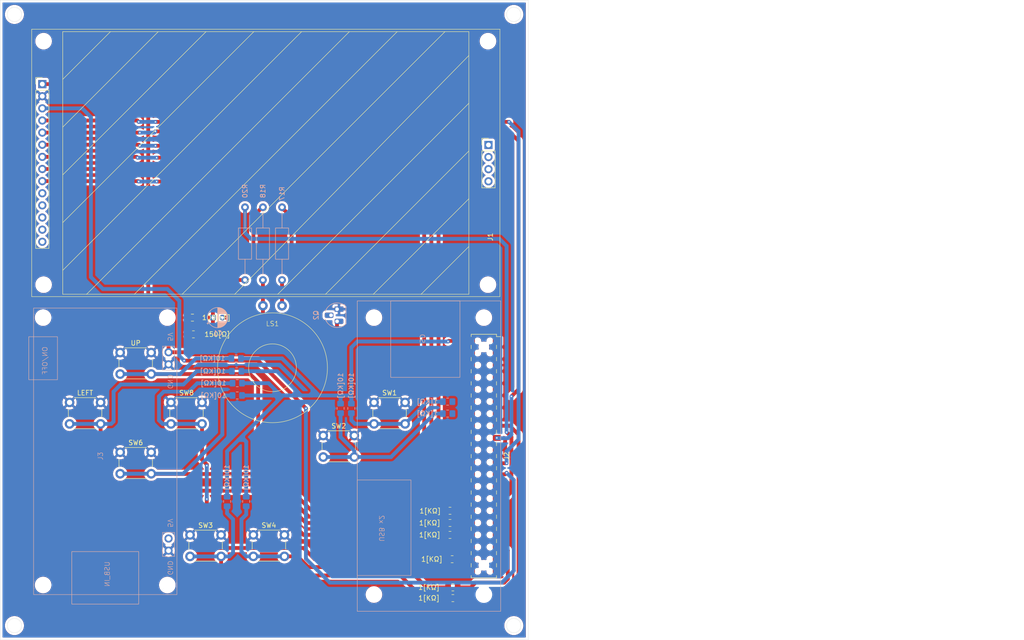
<source format=kicad_pcb>
(kicad_pcb (version 20241229) (generator "pcbnew") (generator_version "9.0")
  (layers (0 "F.Cu" signal) (2 "B.Cu" signal) (13 "F.Paste" user) (15 "B.Paste" user) (5 "F.SilkS" user "F.Silkscreen") (7 "B.SilkS" user "B.Silkscreen") (1 "F.Mask" user) (3 "B.Mask" user) (25 "Edge.Cuts" user))
  (net 0 "")
  (net 1 "Net-(C1-Pad1)")
  (net 2 "Net-(Q2-B)")
  (net 3 "GND")
  (net 5 "SCREEN_RESET")
  (net 6 "SCREEN_MOSI")
  (net 9 "+5V")
  (net 10 "SCREEN_SCK")
  (net 13 "SCREEN_MISO")
  (net 14 "SCREEN_DC")
  (net 15 "SCREEN_CS")
  (net 16 "AUDIO")
  (net 18 "+3V3")
  (net 22 "RIGHT")
  (net 23 "START")
  (net 26 "SELECT")
  (net 28 "DOWN")
  (net 31 "UP")
  (net 33 "LEFT")
  (net 34 "A")
  (net 36 "B")
  (net 41 "Net-(LS1-Pad2)")
  (net 42 "Net-(Q2-C)")
  (net 43 "Net-(R1-Pad2)")
  (net 44 "Net-(R3-Pad2)")
  (net 45 "Net-(R5-Pad2)")
  (net 46 "Net-(R7-Pad2)")
  (net 47 "Net-(R10-Pad2)")
  (net 48 "Net-(R11-Pad2)")
  (net 49 "Net-(R13-Pad2)")
  (net 50 "Net-(R15-Pad2)")
  (footprint "Button_Switch_THT:SW_PUSH_6mm" (layer "F.Cu") (at 50.6275 124.695)
    (property "Reference" "SW6")
    (property "Value" "BUTTON_ARROW_DOWN")
  )
  (footprint "Capacitor_SMD:C_0805_2012Metric" (layer "F.Cu") (at 65.75 96.5 180)
    (property "Reference" "100[nF]")
    (property "Value" "100[nF]")
  )
  (footprint "Resistor_SMD:R_0805_2012Metric_Pad1.20x1.40mm_HandSolder" (layer "F.Cu") (at 120.1 147.1 180)
    (property "Reference" "1[KΩ]")
    (property "Value" "1[KΩ]")
  )
  (footprint "Button_Switch_THT:SW_PUSH_6mm" (layer "F.Cu") (at 93.1225 121.195)
    (property "Reference" "SW2")
    (property "Value" "BUTTON_B")
  )
  (footprint "Button_Switch_THT:SW_PUSH_6mm" (layer "F.Cu") (at 103.7525 114.255)
    (property "Reference" "SW1")
    (property "Value" "BUTTON_A")
  )
  (footprint "Resistor_SMD:R_0805_2012Metric_Pad1.20x1.40mm_HandSolder" (layer "F.Cu") (at 119.65 139.5 180)
    (property "Reference" "1[KΩ]")
    (property "Value" "1[KΩ]")
  )
  (footprint "Resistor_SMD:R_0805_2012Metric_Pad1.20x1.40mm_HandSolder" (layer "F.Cu") (at 120.25 155.25 180)
    (property "Reference" "1[KΩ]")
    (property "Value" "1[KΩ]")
  )
  (footprint "Button_Switch_THT:SW_PUSH_6mm" (layer "F.Cu") (at 40.0325 114.2575)
    (property "Reference" "LEFT")
    (property "Value" "BUTTON_ARROW_LEFT")
  )
  (footprint "Game_boy_PI:SCREEN_480X320_SPI" (layer "F.Cu") (at 32.1 36.1)
    (property "Reference" "J1")
    (property "Value" "SCREEN")
  )
  (footprint "Button_Switch_THT:SW_PUSH_6mm" (layer "F.Cu") (at 61.255158 114.2625)
    (property "Reference" "SW8")
    (property "Value" "BUTTON_ARROW_RIGHT")
  )
  (footprint "Button_Switch_THT:SW_PUSH_6mm" (layer "F.Cu") (at 78.5 142)
    (property "Reference" "SW4")
    (property "Value" "BUTTON_START")
  )
  (footprint "Game_boy_PI:RASPBERRY_PI_ZERO_W_2_BOTTOM" (layer "F.Cu") (at 126.7325 125.502838 -90)
    (property "Reference" "J2")
    (property "Value" "RASPBERRY_PI")
  )
  (footprint "Button_Switch_THT:SW_PUSH_6mm" (layer "F.Cu") (at 65.25 142.01)
    (property "Reference" "SW3")
    (property "Value" "BUTTON_SELECT")
  )
  (footprint "Resistor_SMD:R_0805_2012Metric_Pad1.20x1.40mm_HandSolder" (layer "F.Cu") (at 65.95 100)
    (property "Reference" "150[Ω]")
    (property "Value" "150[Ω]")
  )
  (footprint "Resistor_SMD:R_0805_2012Metric_Pad1.20x1.40mm_HandSolder" (layer "F.Cu") (at 119.65 136.95 180)
    (property "Reference" "1[KΩ]")
    (property "Value" "1[KΩ]")
  )
  (footprint "Resistor_SMD:R_0805_2012Metric_Pad1.20x1.40mm_HandSolder" (layer "F.Cu") (at 119.65 142 180)
    (property "Reference" "1[KΩ]")
    (property "Value" "1[KΩ]")
  )
  (footprint "Button_Switch_THT:SW_PUSH_6mm" (layer "F.Cu") (at 50.6225 103.82)
    (property "Reference" "UP")
    (property "Value" "BUTTON_ARROW_UP")
  )
  (footprint "Game_boy_PI:DIY_BATTERY" (layer "F.Cu") (at 44.5 143.5 90)
    (property "Reference" "J3")
    (property "Value" "BATERY")
  )
  (footprint "LOGO" (layer "F.Cu") (at 109 131.5)
    (property "Reference" "G**" (hide yes))
    (property "Value" "LOGO" (hide yes))
  )
  (footprint "Game_boy_PI:HP_Gameboy" (layer "F.Cu") (at 82.5 107 180)
    (property "Reference" "LS1")
    (property "Value" "Speaker 8 [Ω]")
  )
  (footprint "Resistor_SMD:R_0805_2012Metric_Pad1.20x1.40mm_HandSolder" (layer "F.Cu") (at 120.25 153 180)
    (property "Reference" "1[KΩ]")
    (property "Value" "1[KΩ]")
  )
  (footprint "Resistor_THT:R_Axial_DIN0207_L6.3mm_D2.5mm_P15.24mm_Horizontal" (layer "B.Cu") (at 76.75 73.38 -90)
    (property "Reference" "R20")
    (property "Value" "270[Ω]")
  )
  (footprint "Resistor_THT:R_Axial_DIN0207_L6.3mm_D2.5mm_P15.24mm_Horizontal" (layer "B.Cu") (at 84.5 88.62 90)
    (property "Reference" "R17")
    (property "Value" "8[Ω]")
  )
  (footprint "Resistor_SMD:R_0805_2012Metric_Pad1.20x1.40mm_HandSolder" (layer "B.Cu") (at 119.15 116.6 180)
    (property "Reference" "1[KΩ]")
    (property "Value" "1[KΩ]")
  )
  (footprint "Resistor_SMD:R_0805_2012Metric_Pad1.20x1.40mm_HandSolder" (layer "B.Cu") (at 119.15 114.1 180)
    (property "Reference" "1[KΩ]")
    (property "Value" "1[KΩ]")
  )
  (footprint "Resistor_SMD:R_0805_2012Metric_Pad1.20x1.40mm_HandSolder" (layer "B.Cu") (at 75 107.725 180)
    (property "Reference" "10[KΩ]")
    (property "Value" "10[KΩ]")
  )
  (footprint "Resistor_SMD:R_0805_2012Metric_Pad1.20x1.40mm_HandSolder" (layer "B.Cu") (at 74.9 105.05 180)
    (property "Reference" "10[KΩ]")
    (property "Value" "10[KΩ]")
  )
  (footprint "Package_TO_SOT_THT:TO-92_HandSolder" (layer "B.Cu") (at 96.02 94.73 -90)
    (property "Reference" "Q2")
    (property "Value" "2N2222")
  )
  (footprint "Resistor_SMD:R_0805_2012Metric_Pad1.20x1.40mm_HandSolder" (layer "B.Cu") (at 75.125 112.8 180)
    (property "Reference" "10[KΩ]")
    (property "Value" "10[KΩ]")
  )
  (footprint "Resistor_SMD:R_0805_2012Metric_Pad1.20x1.40mm_HandSolder" (layer "B.Cu") (at 73 135 -90)
    (property "Reference" "10[KΩ]")
    (property "Value" "10[KΩ]")
  )
  (footprint "Resistor_SMD:R_0805_2012Metric_Pad1.20x1.40mm_HandSolder" (layer "B.Cu") (at 96.75 115.5 -90)
    (property "Reference" "10[KΩ]")
    (property "Value" "10[KΩ]")
  )
  (footprint "Capacitor_THT:CP_Radial_D4.0mm_P2.00mm" (layer "B.Cu") (at 70.0274 96.5)
    (property "Reference" "C1")
    (property "Value" "10[uF]")
  )
  (footprint "Resistor_SMD:R_0805_2012Metric_Pad1.20x1.40mm_HandSolder" (layer "B.Cu") (at 75.125 110.225 180)
    (property "Reference" "10[KΩ]")
    (property "Value" "10[KΩ]")
  )
  (footprint "Resistor_THT:R_Axial_DIN0207_L6.3mm_D2.5mm_P15.24mm_Horizontal" (layer "B.Cu") (at 80.5 88.62 90)
    (property "Reference" "R18")
    (property "Value" "15[kΩ]")
  )
  (footprint "Resistor_SMD:R_0805_2012Metric_Pad1.20x1.40mm_HandSolder" (layer "B.Cu") (at 77 135 -90)
    (property "Reference" "10[KΩ]")
    (property "Value" "10[KΩ]")
  )
  (footprint "Resistor_SMD:R_0805_2012Metric_Pad1.20x1.40mm_HandSolder" (layer "B.Cu") (at 99 115.5 -90)
    (property "Reference" "10[KΩ]")
    (property "Value" "10[KΩ]")
  )
  (gr_circle (center 133 161) (end 134.5 161) (stroke (width 0.05)) (fill no) (layer "Edge.Cuts"))
  (gr_line (start 136 30) (end 136 164) (stroke (width 0.05)) (layer "Edge.Cuts"))
  (gr_circle (center 133 33) (end 134.5 33) (stroke (width 0.05)) (fill no) (layer "Edge.Cuts"))
  (gr_line (start 25.5 30) (end 136 30) (stroke (width 0.05)) (layer "Edge.Cuts"))
  (gr_circle (center 28.5 161) (end 30 161) (stroke (width 0.05)) (fill no) (layer "Edge.Cuts"))
  (gr_line (start 136 164) (end 25.5 164) (stroke (width 0.05)) (layer "Edge.Cuts"))
  (gr_circle (center 28.5 33) (end 30 33) (stroke (width 0.05)) (fill no) (layer "Edge.Cuts"))
  (gr_line (start 25.5 164) (end 25.5 30) (stroke (width 0.05)) (layer "Edge.Cuts"))
  (segment (start 70.0274 89.7226) (end 70.0274 96.5) (width 0.8) (layer "F.Cu") (net 1))
  (segment (start 69 100) (end 70.0274 98.9726) (width 0.8) (layer "F.Cu") (net 1))
  (segment (start 76.75 88.62) (end 71.13 88.62) (width 0.8) (layer "F.Cu") (net 1))
  (segment (start 66.7 96.5) (end 70.0274 96.5) (width 0.8) (layer "F.Cu") (net 1))
  (segment (start 70.0274 98.9726) (end 70.0274 96.5) (width 0.8) (layer "F.Cu") (net 1))
  (segment (start 66.95 100) (end 69 100) (width 0.8) (layer "F.Cu") (net 1))
  (segment (start 71.13 88.62) (end 70.0274 89.7226) (width 0.8) (layer "F.Cu") (net 1))
  (segment (start 78.5 75.25) (end 78.5 95) (width 0.8) (layer "F.Cu") (net 2))
  (segment (start 78.5 95) (end 77 96.5) (width 0.8) (layer "F.Cu") (net 2))
  (segment (start 80.5 73.38) (end 80.37 73.38) (width 0.8) (layer "F.Cu") (net 2))
  (segment (start 80.37 73.38) (end 78.5 75.25) (width 0.8) (layer "F.Cu") (net 2))
  (segment (start 77 96.5) (end 72.0274 96.5) (width 0.8) (layer "F.Cu") (net 2))
  (segment (start 34.33 55.21) (end 54.21 55.21) (width 0.8) (layer "F.Cu") (net 5))
  (segment (start 54.21 55.21) (end 54.5 55.5) (width 0.8) (layer "F.Cu") (net 5))
  (segment (start 131.5 127) (end 129.679662 127) (width 0.8) (layer "F.Cu") (net 5))
  (segment (start 129.679662 127) (end 129.4525 126.772838) (width 0.8) (layer "F.Cu") (net 5))
  (segment (start 58 55.5) (end 132 55.5) (width 0.8) (layer "F.Cu") (net 5))
  (via (at 54.5 55.5) (size 0.5) (drill 0.3) (layers "F.Cu" "B.Cu") (net 5))
  (via (at 132 55.5) (size 0.5) (drill 0.3) (layers "F.Cu" "B.Cu") (net 5))
  (via (at 131.5 127) (size 0.5) (drill 0.3) (layers "F.Cu" "B.Cu") (net 5))
  (via (at 58 55.5) (size 0.5) (drill 0.3) (layers "F.Cu" "B.Cu") (net 5))
  (segment (start 134 122) (end 131.5 124.5) (width 0.8) (layer "B.Cu") (net 5))
  (segment (start 132 55.5) (end 134 57.5) (width 0.8) (layer "B.Cu") (net 5))
  (segment (start 54.5 55.5) (end 58 55.5) (width 0.8) (layer "B.Cu") (net 5))
  (segment (start 134 57.5) (end 134 122) (width 0.8) (layer "B.Cu") (net 5))
  (segment (start 131.5 124.5) (end 131.5 127) (width 0.8) (layer "B.Cu") (net 5))
  (segment (start 34.33 60.29) (end 54.54 60.29) (width 0.8) (layer "F.Cu") (net 6))
  (segment (start 115.5 60.5) (end 117.25 62.25) (width 0.8) (layer "F.Cu") (net 6))
  (segment (start 118.232838 124.232838) (end 124.0125 124.232838) (width 0.8) (layer "F.Cu") (net 6))
  (segment (start 117.25 62.25) (end 117.25 123.25) (width 0.8) (layer "F.Cu") (net 6))
  (segment (start 117.25 123.25) (end 118.232838 124.232838) (width 0.8) (layer "F.Cu") (net 6))
  (segment (start 58 60.5) (end 115.5 60.5) (width 0.8) (layer "F.Cu") (net 6))
  (segment (start 54.54 60.29) (end 54.75 60.5) (width 0.8) (layer "F.Cu") (net 6))
  (via (at 54.75 60.5) (size 0.5) (drill 0.3) (layers "F.Cu" "B.Cu") (net 6))
  (via (at 58 60.5) (size 0.5) (drill 0.3) (layers "F.Cu" "B.Cu") (net 6))
  (segment (start 54.75 60.5) (end 58 60.5) (width 0.8) (layer "B.Cu") (net 6))
  (segment (start 56.5 96.75) (end 60.75 101) (width 0.8) (layer "F.Cu") (net 9))
  (segment (start 80.5 88.62) (end 80.5 94) (width 0.8) (layer "F.Cu") (net 9))
  (segment (start 56.5 65.25) (end 56.5 66.5) (width 0.8) (layer "F.Cu") (net 9))
  (segment (start 65 103.75) (end 66.25 102.5) (width 0.8) (layer "F.Cu") (net 9))
  (segment (start 55.38 65.37) (end 55.38 65.38) (width 0.8) (layer "F.Cu") (net 9))
  (segment (start 34.33 65.37) (end 55.25 65.37) (width 0.8) (layer "F.Cu") (net 9))
  (segment (start 56.38 65.37) (end 56.5 65.25) (width 0.8) (layer "F.Cu") (net 9))
  (segment (start 60.75 101) (end 60.75 103.75) (width 0.8) (layer "F.Cu") (net 9))
  (segment (start 55.25 65.37) (end 56.38 65.37) (width 0.8) (layer "F.Cu") (net 9))
  (segment (start 66.25 102.5) (end 78.5 102.5) (width 0.8) (layer "F.Cu") (net 9))
  (segment (start 56.5 66.5) (end 56.5 96.75) (width 0.8) (layer "F.Cu") (net 9))
  (segment (start 55.38 65.37) (end 56.5 64.25) (width 0.8) (layer "F.Cu") (net 9))
  (segment (start 78.5 102.5) (end 80.5 100.5) (width 0.8) (layer "F.Cu") (net 9))
  (segment (start 34.33 47.59) (end 53.59 47.59) (width 0.8) (layer "F.Cu") (net 9))
  (segment (start 53.59 47.59) (end 56.5 50.5) (width 0.8) (layer "F.Cu") (net 9))
  (segment (start 56.5 64.25) (end 56.5 65.25) (width 0.8) (layer "F.Cu") (net 9))
  (segment (start 80.5 100.5) (end 80.5 94) (width 0.8) (layer "F.Cu") (net 9))
  (segment (start 55.38 65.38) (end 56.5 66.5) (width 0.8) (layer "F.Cu") (net 9))
  (segment (start 56.5 50.5) (end 56.5 64.25) (width 0.8) (layer "F.Cu") (net 9))
  (segment (start 60.75 103.75) (end 65 103.75) (width 0.8) (layer "F.Cu") (net 9))
  (segment (start 55.25 65.37) (end 55.38 65.37) (width 0.8) (layer "F.Cu") (net 9))
  (segment (start 116.562838 129.312838) (end 124.0125 129.312838) (width 0.8) (layer "F.Cu") (net 10))
  (segment (start 114.5 63) (end 115.75 64.25) (width 0.8) (layer "F.Cu") (net 10))
  (segment (start 115.75 64.25) (end 115.75 128.5) (width 0.8) (layer "F.Cu") (net 10))
  (segment (start 34.33 62.83) (end 54.08 62.83) (width 0.8) (layer "F.Cu") (net 10))
  (segment (start 54.08 62.83) (end 54.25 63) (width 0.8) (layer "F.Cu") (net 10))
  (segment (start 58.25 63) (end 114.5 63) (width 0.8) (layer "F.Cu") (net 10))
  (segment (start 115.75 128.5) (end 116.562838 129.312838) (width 0.8) (layer "F.Cu") (net 10))
  (via (at 54.25 63) (size 0.5) (drill 0.3) (layers "F.Cu" "B.Cu") (net 10))
  (via (at 58.25 63) (size 0.5) (drill 0.3) (layers "F.Cu" "B.Cu") (net 10))
  (segment (start 54.25 63) (end 58.25 63) (width 0.8) (layer "B.Cu") (net 10))
  (segment (start 54.41 67.91) (end 54.5 68) (width 0.8) (layer "F.Cu") (net 13))
  (segment (start 114.25 69.75) (end 114.25 133.5) (width 0.8) (layer "F.Cu") (net 13))
  (segment (start 34.33 67.91) (end 54.41 67.91) (width 0.8) (layer "F.Cu") (net 13))
  (segment (start 114.25 133.5) (end 115.142838 134.392838) (width 0.8) (layer "F.Cu") (net 13))
  (segment (start 112.5 68) (end 114.25 69.75) (width 0.8) (layer "F.Cu") (net 13))
  (segment (start 115.142838 134.392838) (end 124.0125 134.392838) (width 0.8) (layer "F.Cu") (net 13))
  (segment (start 58.25 68) (end 112.5 68) (width 0.8) (layer "F.Cu") (net 13))
  (via (at 58.25 68) (size 0.5) (drill 0.3) (layers "F.Cu" "B.Cu") (net 13))
  (via (at 54.5 68) (size 0.5) (drill 0.3) (layers "F.Cu" "B.Cu") (net 13))
  (segment (start 54.5 68) (end 58.25 68) (width 0.8) (layer "B.Cu") (net 13))
  (segment (start 134 111.5) (end 134 59.5) (width 0.8) (layer "F.Cu") (net 14))
  (segment (start 132.5 113) (end 134 111.5) (width 0.8) (layer "F.Cu") (net 14))
  (segment (start 34.33 57.75) (end 54.75 57.75) (width 0.8) (layer "F.Cu") (net 14))
  (segment (start 134 59.5) (end 132 57.5) (width 0.8) (layer "F.Cu") (net 14))
  (segment (start 132 57.5) (end 58 57.5) (width 0.8) (layer "F.Cu") (net 14))
  (via (at 54.75 57.75) (size 0.5) (drill 0.3) (layers "F.Cu" "B.Cu") (net 14))
  (via (at 58 57.5) (size 0.5) (drill 0.3) (layers "F.Cu" "B.Cu") (net 14))
  (via (at 129.4525 121.692838) (size 0.5) (drill 0.3) (layers "F.Cu" "B.Cu") (net 14))
  (via (at 132.5 113) (size 0.5) (drill 0.3) (layers "F.Cu" "B.Cu") (net 14))
  (segment (start 131.75 121.75) (end 129.509662 121.75) (width 0.8) (layer "B.Cu") (net 14))
  (segment (start 132.5 113) (end 132.5 121) (width 0.8) (layer "B.Cu") (net 14))
  (segment (start 57.75 57.75) (end 58 57.5) (width 0.8) (layer "B.Cu") (net 14))
  (segment (start 129.509662 121.75) (end 129.4525 121.692838) (width 0.8) (layer "B.Cu") (net 14))
  (segment (start 132.5 121) (end 131.75 121.75) (width 0.8) (layer "B.Cu") (net 14))
  (segment (start 54.75 57.75) (end 57.75 57.75) (width 0.8) (layer "B.Cu") (net 14))
  (segment (start 131.187162 129.312838) (end 131.5 129) (width 0.8) (layer "F.Cu") (net 15))
  (segment (start 129.4525 129.312838) (end 131.187162 129.312838) (width 0.8) (layer "F.Cu") (net 15))
  (segment (start 89.5 115.5) (end 79.5 105.5) (width 0.8) (layer "F.Cu") (net 15))
  (segment (start 79.5 105.5) (end 64 105.5) (width 0.8) (layer "F.Cu") (net 15))
  (via (at 89.5 115.5) (size 0.5) (drill 0.3) (layers "F.Cu" "B.Cu") (net 15))
  (via (at 64 105.5) (size 0.5) (drill 0.3) (layers "F.Cu" "B.Cu") (net 15))
  (via (at 131.5 129) (size 0.5) (drill 0.3) (layers "F.Cu" "B.Cu") (net 15))
  (segment (start 130.5 152) (end 94.5 152) (width 0.8) (layer "B.Cu") (net 15))
  (segment (start 63 104.5) (end 63 93) (width 0.8) (layer "B.Cu") (net 15))
  (segment (start 60.5 90.5) (end 47 90.5) (width 0.8) (layer "B.Cu") (net 15))
  (segment (start 42.67 52.67) (end 34.33 52.67) (width 0.8) (layer "B.Cu") (net 15))
  (segment (start 44.5 54.5) (end 42.67 52.67) (width 0.8) (layer "B.Cu") (net 15))
  (segment (start 94.5 152) (end 89.5 147) (width 0.8) (layer "B.Cu") (net 15))
  (segment (start 133 149.5) (end 130.5 152) (width 0.8) (layer "B.Cu") (net 15))
  (segment (start 44.5 88) (end 44.5 54.5) (width 0.8) (layer "B.Cu") (net 15))
  (segment (start 89.5 147) (end 89.5 115.5) (width 0.8) (layer "B.Cu") (net 15))
  (segment (start 63 93) (end 60.5 90.5) (width 0.8) (layer "B.Cu") (net 15))
  (segment (start 131.5 129) (end 133 130.5) (width 0.8) (layer "B.Cu") (net 15))
  (segment (start 47 90.5) (end 44.5 88) (width 0.8) (layer "B.Cu") (net 15))
  (segment (start 64 105.5) (end 63 104.5) (width 0.8) (layer "B.Cu") (net 15))
  (segment (start 133 130.5) (end 133 149.5) (width 0.8) (layer "B.Cu") (net 15))
  (segment (start 130.892838 134.392838) (end 129.4525 134.392838) (width 0.8) (layer "F.Cu") (net 16))
  (segment (start 131.5 120.5) (end 132.5 121.5) (width 0.8) (layer "F.Cu") (net 16))
  (segment (start 131 134.5) (end 130.892838 134.392838) (width 0.8) (layer "F.Cu") (net 16))
  (segment (start 132.5 133) (end 131 134.5) (width 0.8) (layer "F.Cu") (net 16))
  (segment (start 132.5 121.5) (end 132.5 133) (width 0.8) (layer "F.Cu") (net 16))
  (via (at 131.5 120.5) (size 0.5) (drill 0.3) (layers "F.Cu" "B.Cu") (net 16))
  (segment (start 130 80) (end 131.5 81.5) (width 0.8) (layer "B.Cu") (net 16))
  (segment (start 76.75 78.75) (end 78 80) (width 0.8) (layer "B.Cu") (net 16))
  (segment (start 78 80) (end 130 80) (width 0.8) (layer "B.Cu") (net 16))
  (segment (start 76.75 73.38) (end 76.75 78.75) (width 0.8) (layer "B.Cu") (net 16))
  (segment (start 131.5 81.5) (end 131.5 120.5) (width 0.8) (layer "B.Cu") (net 16))
  (segment (start 119.377162 101.372838) (end 119.25 101.5) (width 0.8) (layer "F.Cu") (net 18))
  (segment (start 124.0125 101.372838) (end 119.377162 101.372838) (width 0.8) (layer "F.Cu") (net 18))
  (via (at 119.25 101.5) (size 0.5) (drill 0.3) (layers "F.Cu" "B.Cu") (net 18))
  (segment (start 96.8 113.25) (end 97.25 112.8) (width 0.8) (layer "B.Cu") (net 18))
  (segment (start 98.55 112.8) (end 97.25 112.8) (width 0.8) (layer "B.Cu") (net 18))
  (segment (start 92.25 112.8) (end 96.3 112.8) (width 0.8) (layer "B.Cu") (net 18))
  (segment (start 75.9 105.05) (end 84.5 105.05) (width 0.8) (layer "B.Cu") (net 18))
  (segment (start 83.5 114) (end 83.5 113.25) (width 0.8) (layer "B.Cu") (net 18))
  (segment (start 87.5 112.5) (end 87.5 111.8) (width 0.8) (layer "B.Cu") (net 18))
  (segment (start 76 107.725) (end 83.425 107.725) (width 0.8) (layer "B.Cu") (net 18))
  (segment (start 99 102.75) (end 99 112.25) (width 0.8) (layer "B.Cu") (net 18))
  (segment (start 82.9 111.6) (end 82.975 111.525) (width 0.8) (layer "B.Cu") (net 18))
  (segment (start 82.975 111.525) (end 83.35 111.9) (width 0.8) (layer "B.Cu") (net 18))
  (segment (start 83.25 112.8) (end 83.25 113) (width 0.8) (layer "B.Cu") (net 18))
  (segment (start 77 122.5) (end 76.625 122.125) (width 0.8) (layer "B.Cu") (net 18))
  (segment (start 84.25 112.8) (end 86 112.8) (width 0.8) (layer "B.Cu") (net 18))
  (segment (start 83.05 112.8) (end 83.875 113.625) (width 0.8) (layer "B.Cu") (net 18))
  (segment (start 82.9 112.4) (end 82.9 111.6) (width 0.8) (layer "B.Cu") (net 18))
  (segment (start 83.35 111.95) (end 82.9 112.4) (width 0.8) (layer "B.Cu") (net 18))
  (segment (start 86.75 112.8) (end 87.05 112.5) (width 0.8) (layer "B.Cu") (net 18))
  (segment (start 75.375 122.125) (end 73 124.5) (width 0.8) (layer "B.Cu") (net 18))
  (segment (start 76.125 110.225) (end 81.675 110.225) (width 0.8) (layer "B.Cu") (net 18))
  (segment (start 87.85 112.15) (end 88.5 112.8) (width 0.8) (layer "B.Cu") (net 18))
  (segment (start 98.55 112.7) (end 99 112.25) (width 0.8) (layer "B.Cu") (net 18))
  (segment (start 91.475 112.025) (end 92.25 112.8) (width 0.8) (layer "B.Cu") (net 18))
  (segment (start 97.25 112.8) (end 96.3 112.8) (width 0.8) (layer "B.Cu") (net 18))
  (segment (start 99 114.5) (end 99 113.25) (width 0.8) (layer "B.Cu") (net 18))
  (segment (start 82.5 112.8) (end 83.25 112.8) (width 0.8) (layer "B.Cu") (net 18))
  (segment (start 76 121.5) (end 76.375 121.125) (width 0.8) (layer "B.Cu") (net 18))
  (segment (start 86.75 112.8) (end 87.25 112.8) (width 0.8) (layer "B.Cu") (net 18))
  (segment (start 77 122.5) (end 76.375 121.875) (width 0.8) (layer "B.Cu") (net 18))
  (segment (start 99 113.25) (end 98.55 112.8) (width 0.8) (layer "B.Cu") (net 18))
  (segment (start 73 124.5) (end 73 134) (width 0.8) (layer "B.Cu") (net 18))
  (segment (start 90.85 111.4) (end 90.85 112.2) (width 0.8) (layer "B.Cu") (net 18))
  (segment (start 83.35 111.9) (end 83.35 111.95) (width 0.8) (layer "B.Cu") (net 18))
  (segment (start 87.25 112.8) (end 87.25 112.75) (width 0.8) (layer "B.Cu") (net 18))
  (segment (start 76.625 122.125) (end 75.375 122.125) (width 0.8) (layer "B.Cu") (net 18))
  (segment (start 98.55 112.8) (end 98.55 112.7) (width 0.8) (layer "B.Cu") (net 18))
  (segment (start 83.125 114.375) (end 83.5 114) (width 0.8) (layer "B.Cu") (net 18))
  (segment (start 83.875 113.625) (end 84.7 112.8) (width 0.8) (layer "B.Cu") (net 18))
  (segment (start 83.25 112.8) (end 84.25 112.8) (width 0.8) (layer "B.Cu") (net 18))
  (segment (start 76 121.5) (end 75.375 122.125) (width 0.8) (layer "B.Cu") (net 18))
  (segment (start 90.75 112.75) (end 91.475 112.025) (width 0.8) (layer "B.Cu") (net 18))
  (segment (start 90.75 112.8) (end 92.25 112.8) (width 0.8) (layer "B.Cu") (net 18))
  (segment (start 83.5 113.25) (end 83.875 113.625) (width 0.8) (layer "B.Cu") (net 18))
  (segment (start 87.1 111.4) (end 87.5 111.8) (width 0.8) (layer "B.Cu") (net 18))
  (segment (start 90.85 111.4) (end 91.475 112.025) (width 0.8) (layer "B.Cu") (net 18))
  (segment (start 77 122.5) (end 76 121.5) (width 0.8) (layer "B.Cu") (net 18))
  (segment (start 76.125 112.8) (end 82.5 112.8) (width 0.8) (layer "B.Cu") (net 18))
  (segment (start 87.25 112.8) (end 88.5 112.8) (width 0.8) (layer "B.Cu") (net 18))
  (segment (start 88.5 112.8) (end 90.25 112.8) (width 0.8) (layer "B.Cu") (net 18))
  (segment (start 83.35 111.9) (end 84.25 112.8) (width 0.8) (layer "B.Cu") (net 18))
  (segment (start 87.5 112.25) (end 87.5 111.8) (width 0.8) (layer "B.Cu") (net 18))
  (segment (start 76.375 121.875) (end 76.375 121.125) (width 0.8) (layer "B.Cu") (net 18))
  (segment (start 84.7 112.8) (end 86 112.8) (width 0.8) (layer "B.Cu") (net 18))
  (segment (start 100.25 101.5) (end 99 102.75) (width 0.8) (layer "B.Cu") (net 18))
  (segment (start 96.75 113.25) (end 96.75 114.5) (width 0.8) (layer "B.Cu") (net 18))
  (segment (start 96.3 112.8) (end 96.75 113.25) (width 0.8) (layer "B.Cu") (net 18))
  (segment (start 82.9 112.4) (end 82.5 112.8) (width 0.8) (layer "B.Cu") (net 18))
  (segment (start 90.25 112.8) (end 90.75 112.8) (width 0.8) (layer "B.Cu") (net 18))
  (segment (start 87.5 111.8) (end 87.85 112.15) (width 0.8) (layer "B.Cu") (net 18))
  (segment (start 90.85 112.2) (end 90.25 112.8) (width 0.8) (layer "B.Cu") (net 18))
  (segment (start 83.425 107.725) (end 87.1 111.4) (width 0.8) (layer "B.Cu") (net 18))
  (segment (start 81.675 110.225) (end 82.975 111.525) (width 0.8) (layer "B.Cu") (net 18))
  (segment (start 87.25 112.75) (end 87.5 112.5) (width 0.8) (layer "B.Cu") (net 18))
  (segment (start 86 112.8) (end 86.75 112.8) (width 0.8) (layer "B.Cu") (net 18))
  (segment (start 87.25 112.5) (end 87.05 112.5) (width 0.8) (layer "B.Cu") (net 18))
  (segment (start 87.25 112.75) (end 87.85 112.15) (width 0.8) (layer "B.Cu") (net 18))
  (segment (start 96.75 113.25) (end 96.8 113.25) (width 0.8) (layer "B.Cu") (net 18))
  (segment (start 76.375 121.125) (end 83.125 114.375) (width 0.8) (layer "B.Cu") (net 18))
  (segment (start 90.75 112.8) (end 90.75 112.75) (width 0.8) (layer "B.Cu") (net 18))
  (segment (start 83.125 114.375) (end 83.875 113.625) (width 0.8) (layer "B.Cu") (net 18))
  (segment (start 87.25 112.5) (end 87.5 112.25) (width 0.8) (layer "B.Cu") (net 18))
  (segment (start 99 112.25) (end 99 114.5) (width 0.8) (layer "B.Cu") (net 18))
  (segment (start 87.1 111.4) (end 87.25 111.55) (width 0.8) (layer "B.Cu") (net 18))
  (segment (start 119.25 101.5) (end 100.25 101.5) (width 0.8) (layer "B.Cu") (net 18))
  (segment (start 83.25 113) (end 83.5 113.25) (width 0.8) (layer "B.Cu") (net 18))
  (segment (start 84.5 105.05) (end 90.85 111.4) (width 0.8) (layer "B.Cu") (net 18))
  (segment (start 87.25 111.55) (end 87.25 112.5) (width 0.8) (layer "B.Cu") (net 18))
  (segment (start 77 134) (end 77 122.5) (width 0.8) (layer "B.Cu") (net 18))
  (segment (start 82.5 112.8) (end 83.05 112.8) (width 0.8) (layer "B.Cu") (net 18))
  (segment (start 124.005338 147.1) (end 124.0125 147.092838) (width 0.8) (layer "F.Cu") (net 22))
  (segment (start 121.1 147.1) (end 124.005338 147.1) (width 0.8) (layer "F.Cu") (net 22))
  (segment (start 131.75 145.25) (end 131.052838 144.552838) (width 0.8) (layer "F.Cu") (net 23))
  (segment (start 131 152) (end 131.75 151.25) (width 0.8) (layer "F.Cu") (net 23))
  (segment (start 121.25 153) (end 124 153) (width 0.8) (layer "F.Cu") (net 23))
  (segment (start 131.052838 144.552838) (end 129.4525 144.552838) (width 0.8) (layer "F.Cu") (net 23))
  (segment (start 131.75 151.25) (end 131.75 145.25) (width 0.8) (layer "F.Cu") (net 23))
  (segment (start 125 152) (end 131 152) (width 0.8) (layer "F.Cu") (net 23))
  (segment (start 124 153) (end 125 152) (width 0.8) (layer "F.Cu") (net 23))
  (segment (start 134 151.75) (end 134 121) (width 0.8) (layer "F.Cu") (net 26))
  (segment (start 132.152838 119.152838) (end 129.4525 119.152838) (width 0.8) (layer "F.Cu") (net 26))
  (segment (start 123.75 155.25) (end 125.5 157) (width 0.8) (layer "F.Cu") (net 26))
  (segment (start 128.75 157) (end 134 151.75) (width 0.8) (layer "F.Cu") (net 26))
  (segment (start 121.25 155.25) (end 123.75 155.25) (width 0.8) (layer "F.Cu") (net 26))
  (segment (start 125.5 157) (end 128.75 157) (width 0.8) (layer "F.Cu") (net 26))
  (segment (start 134 121) (end 132.152838 119.152838) (width 0.8) (layer "F.Cu") (net 26))
  (segment (start 120.65 139.5) (end 123.985338 139.5) (width 0.8) (layer "F.Cu") (net 28))
  (segment (start 123.985338 139.5) (end 124.0125 139.472838) (width 0.8) (layer "F.Cu") (net 28))
  (segment (start 120.65 136.95) (end 123.995338 136.95) (width 0.8) (layer "F.Cu") (net 31))
  (segment (start 123.995338 136.95) (end 124.0125 136.932838) (width 0.8) (layer "F.Cu") (net 31))
  (segment (start 120.65 142) (end 123.999662 142) (width 0.8) (layer "F.Cu") (net 33))
  (segment (start 123.999662 142) (end 124.0125 142.012838) (width 0.8) (layer "F.Cu") (net 33))
  (segment (start 84.5 88.62) (end 84.5 94.015818) (width 0.8) (layer "F.Cu") (net 41))
  (segment (start 84.5 94.015818) (end 84.505019 94.020837) (width 0.8) (layer "F.Cu") (net 41))
  (segment (start 86.5 99.25) (end 88.5 101.25) (width 0.8) (layer "F.Cu") (net 42))
  (segment (start 96 97.29) (end 96.02 97.27) (width 0.8) (layer "F.Cu") (net 42))
  (segment (start 84.5 73.38) (end 84.5 73.5) (width 0.8) (layer "F.Cu") (net 42))
  (segment (start 96 100) (end 96 97.29) (width 0.8) (layer "F.Cu") (net 42))
  (segment (start 86.5 75.5) (end 86.5 99.25) (width 0.8) (layer "F.Cu") (net 42))
  (segment (start 84.5 73.5) (end 86.5 75.5) (width 0.8) (layer "F.Cu") (net 42))
  (segment (start 94.75 101.25) (end 96 100) (width 0.8) (layer "F.Cu") (net 42))
  (segment (start 88.5 101.25) (end 94.75 101.25) (width 0.8) (layer "F.Cu") (net 42))
  (segment (start 103.7525 118.755) (end 110.2525 118.755) (width 0.8) (layer "B.Cu") (net 43))
  (segment (start 114.9075 114.1) (end 110.2525 118.755) (width 0.8) (layer "B.Cu") (net 43))
  (segment (start 99 118) (end 99.755 118.755) (width 0.8) (layer "B.Cu") (net 43))
  (segment (start 99 116.5) (end 99 118) (width 0.8) (layer "B.Cu") (net 43))
  (segment (start 118.15 114.1) (end 114.9075 114.1) (width 0.8) (layer "B.Cu") (net 43))
  (segment (start 99.755 118.755) (end 103.7525 118.755) (width 0.8) (layer "B.Cu") (net 43))
  (segment (start 116.4 116.6) (end 107.305 125.695) (width 0.8) (layer "B.Cu") (net 44))
  (segment (start 107.305 125.695) (end 99.6225 125.695) (width 0.8) (layer "B.Cu") (net 44))
  (segment (start 93.1225 125.695) (end 99.6225 125.695) (width 0.8) (layer "B.Cu") (net 44))
  (segment (start 96.75 116.5) (end 96.75 121.5) (width 0.8) (layer "B.Cu") (net 44))
  (segment (start 99.6225 124.3725) (end 99.6225 125.695) (width 0.8) (layer "B.Cu") (net 44))
  (segment (start 96.75 121.5) (end 99.6225 124.3725) (width 0.8) (layer "B.Cu") (net 44))
  (segment (start 118.15 116.6) (end 116.4 116.6) (width 0.8) (layer "B.Cu") (net 44))
  (segment (start 71.75 149.75) (end 71.75 146.51) (width 0.8) (layer "F.Cu") (net 45))
  (segment (start 72.5 150.5) (end 71.75 149.75) (width 0.8) (layer "F.Cu") (net 45))
  (segment (start 119.25 155.25) (end 114 155.25) (width 0.8) (layer "F.Cu") (net 45))
  (segment (start 114 155.25) (end 109.25 150.5) (width 0.8) (layer "F.Cu") (net 45))
  (segment (start 109.25 150.5) (end 72.5 150.5) (width 0.8) (layer "F.Cu") (net 45))
  (segment (start 65.25 146.51) (end 71.75 146.51) (width 0.8) (layer "B.Cu") (net 45))
  (segment (start 73 136) (end 73 137.5) (width 0.8) (layer "B.Cu") (net 45))
  (segment (start 73.49 146.51) (end 71.75 146.51) (width 0.8) (layer "B.Cu") (net 45))
  (segment (start 74.25 145.75) (end 73.49 146.51) (width 0.8) (layer "B.Cu") (net 45))
  (segment (start 73 137.5) (end 74.25 138.75) (width 0.8) (layer "B.Cu") (net 45))
  (segment (start 74.25 138.75) (end 74.25 145.75) (width 0.8) (layer "B.Cu") (net 45))
  (segment (start 87.75 146.5) (end 85 146.5) (width 0.8) (layer "F.Cu") (net 46))
  (segment (start 110.5 148.75) (end 90 148.75) (width 0.8) (layer "F.Cu") (net 46))
  (segment (start 119.25 153) (end 114.75 153) (width 0.8) (layer "F.Cu") (net 46))
  (segment (start 114.75 153) (end 110.5 148.75) (width 0.8) (layer "F.Cu") (net 46))
  (segment (start 90 148.75) (end 87.75 146.5) (width 0.8) (layer "F.Cu") (net 46))
  (segment (start 78.5 146.5) (end 85 146.5) (width 0.8) (layer "B.Cu") (net 46))
  (segment (start 77 137.75) (end 76 138.75) (width 0.8) (layer "B.Cu") (net 46))
  (segment (start 76 138.75) (end 76 145.5) (width 0.8) (layer "B.Cu") (net 46))
  (segment (start 77 146.5) (end 78.5 146.5) (width 0.8) (layer "B.Cu") (net 46))
  (segment (start 77 136) (end 77 137.75) (width 0.8) (layer "B.Cu") (net 46))
  (segment (start 76 145.5) (end 77 146.5) (width 0.8) (layer "B.Cu") (net 46))
  (segment (start 77.82 108.32) (end 57.1225 108.32) (width 0.8) (layer "F.Cu") (net 47))
  (segment (start 79.5 125.75) (end 79.5 110) (width 0.8) (layer "F.Cu") (net 47))
  (segment (start 79.5 110) (end 77.82 108.32) (width 0.8) (layer "F.Cu") (net 47))
  (segment (start 118.65 136.95) (end 90.7 136.95) (width 0.8) (layer "F.Cu") (net 47))
  (segment (start 90.7 136.95) (end 79.5 125.75) (width 0.8) (layer "F.Cu") (net 47))
  (segment (start 66.45 105.05) (end 63.18 108.32) (width 0.8) (layer "B.Cu") (net 47))
  (segment (start 63.18 108.32) (end 57.1225 108.32) (width 0.8) (layer "B.Cu") (net 47))
  (segment (start 50.6225 108.32) (end 57.1225 108.32) (width 0.8) (layer "B.Cu") (net 47))
  (segment (start 73.9 105.05) (end 66.45 105.05) (width 0.8) (layer "B.Cu") (net 47))
  (segment (start 118.65 139.5) (end 89.5 139.5) (width 0.8) (layer "F.Cu") (net 48))
  (segment (start 89.5 139.5) (end 79.25 129.25) (width 0.8) (layer "F.Cu") (net 48))
  (segment (start 79.25 129.25) (end 57.1825 129.25) (width 0.8) (layer "F.Cu") (net 48))
  (segment (start 57.1825 129.25) (end 57.1275 129.195) (width 0.8) (layer "F.Cu") (net 48))
  (segment (start 63.805 129.195) (end 57.1275 129.195) (width 0.8) (layer "B.Cu") (net 48))
  (segment (start 72.7 112.8) (end 72 113.5) (width 0.8) (layer "B.Cu") (net 48))
  (segment (start 74.125 112.8) (end 72.7 112.8) (width 0.8) (layer "B.Cu") (net 48))
  (segment (start 57.1275 129.195) (end 50.6275 129.195) (width 0.8) (layer "B.Cu") (net 48))
  (segment (start 72 113.5) (end 72 121) (width 0.8) (layer "B.Cu") (net 48))
  (segment (start 72 121) (end 63.805 129.195) (width 0.8) (layer "B.Cu") (net 48))
  (segment (start 46.5 131.5) (end 46.5325 131.4675) (width 0.8) (layer "F.Cu") (net 49))
  (segment (start 46.5325 131.4675) (end 46.5325 118.7575) (width 0.8) (layer "F.Cu") (net 49))
  (segment (start 89 142) (end 79.75 132.75) (width 0.8) (layer "F.Cu") (net 49))
  (segment (start 118.65 142) (end 89 142) (width 0.8) (layer "F.Cu") (net 49))
  (segment (start 47.75 132.75) (end 46.5 131.5) (width 0.8) (layer "F.Cu") (net 49))
  (segment (start 79.75 132.75) (end 47.75 132.75) (width 0.8) (layer "F.Cu") (net 49))
  (segment (start 74 107.725) (end 66.65 107.725) (width 0.8) (layer "B.Cu") (net 49))
  (segment (start 48.7425 118.7575) (end 46.5325 118.7575) (width 0.8) (layer "B.Cu") (net 49))
  (segment (start 49.25 112) (end 49.25 118.25) (width 0.8) (layer "B.Cu") (net 49))
  (segment (start 63.875 110.5) (end 50.75 110.5) (width 0.8) (layer "B.Cu") (net 49))
  (segment (start 50.75 110.5) (end 49.25 112) (width 0.8) (layer "B.Cu") (net 49))
  (segment (start 46.5325 118.7575) (end 40.0325 118.7575) (width 0.8) (layer "B.Cu") (net 49))
  (segment (start 49.25 118.25) (end 48.7425 118.7575) (width 0.8) (layer "B.Cu") (net 49))
  (segment (start 66.65 107.725) (end 63.875 110.5) (width 0.8) (layer "B.Cu") (net 49))
  (segment (start 119.1 147.1) (end 91.35 147.1) (width 0.8) (layer "F.Cu") (net 50))
  (segment (start 68.75 135.25) (end 68.75 134.5) (width 0.8) (layer "F.Cu") (net 50))
  (segment (start 68.75 127.5) (end 68.75 127.25) (width 0.8) (layer "F.Cu") (net 50))
  (segment (start 89 144.75) (end 70.75 144.75) (width 0.8) (layer "F.Cu") (net 50))
  (segment (start 70.75 144.75) (end 69 143) (width 0.8) (layer "F.Cu") (net 50))
  (segment (start 68.75 142.75) (end 68.75 135.25) (width 0.8) (layer "F.Cu") (net 50))
  (segment (start 69 143) (end 68.75 142.75) (width 0.8) (layer "F.Cu") (net 50))
  (segment (start 67.755158 126.255158) (end 67.755158 118.7625) (width 0.8) (layer "F.Cu") (net 50))
  (segment (start 68.75 127.25) (end 67.755158 126.255158) (width 0.8) (layer "F.Cu") (net 50))
  (segment (start 91.35 147.1) (end 89 144.75) (width 0.8) (layer "F.Cu") (net 50))
  (via (at 68.75 134.5) (size 0.5) (drill 0.3) (layers "F.Cu" "B.Cu") (net 50))
  (via (at 68.75 127.5) (size 0.5) (drill 0.3) (layers "F.Cu" "B.Cu") (net 50))
  (segment (start 74.1 110.25) (end 66.75 110.25) (width 0.8) (layer "B.Cu") (net 50))
  (segment (start 58.75 118) (end 59.5125 118.7625) (width 0.8) (layer "B.Cu") (net 50))
  (segment (start 61.255158 118.7625) (end 67.755158 118.7625) (width 0.8) (layer "B.Cu") (net 50))
  (segment (start 65 112) (end 59.75 112) (width 0.8) (layer "B.Cu") (net 50))
  (segment (start 58.75 113) (end 58.75 118) (width 0.8) (layer "B.Cu") (net 50))
  (segment (start 61.25 118.757342) (end 61.255158 118.7625) (width 1) (layer "B.Cu") (net 50))
  (segment (start 59.5125 118.7625) (end 61.255158 118.7625) (width 0.8) (layer "B.Cu") (net 50))
  (segment (start 74.125 110.225) (end 74.1 110.25) (width 0.8) (layer "B.Cu") (net 50))
  (segment (start 59.75 112) (end 58.75 113) (width 0.8) (layer "B.Cu") (net 50))
  (segment (start 66.75 110.25) (end 65 112) (width 0.8) (layer "B.Cu") (net 50))
  (segment (start 68.75 134.5) (end 68.75 127.5) (width 0.8) (layer "B.Cu") (net 50))
  (zone (net 3) (net_name "GND") (layers "F.Cu" "B.Cu") (name "GND") (priority 1) (connect_pads (clearance 0.5)) (min_thickness 0.25) (fill yes (thermal_gap 0.5) (thermal_bridge_width 0.5) (island_removal_mode 2) (island_area_min 10))
    (polygon (pts (xy 25.525609 30) (xy 136.025609 30) (xy 136.025609 164) (xy 25.525609 164)))
  )
)
</source>
